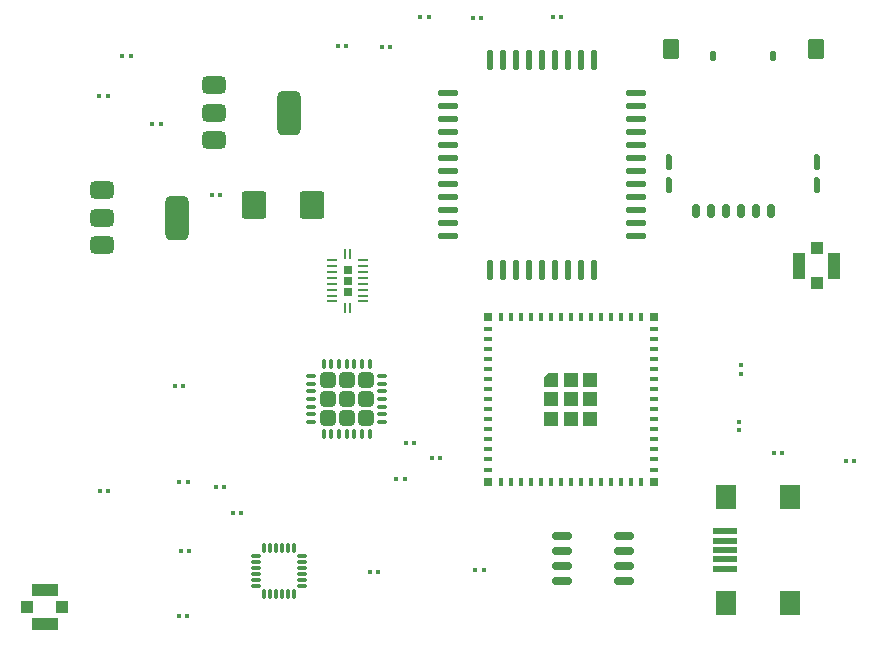
<source format=gbr>
%TF.GenerationSoftware,KiCad,Pcbnew,8.0.5*%
%TF.CreationDate,2024-11-03T18:03:45-05:00*%
%TF.ProjectId,emerald_pcb,656d6572-616c-4645-9f70-63622e6b6963,rev?*%
%TF.SameCoordinates,Original*%
%TF.FileFunction,Paste,Top*%
%TF.FilePolarity,Positive*%
%FSLAX46Y46*%
G04 Gerber Fmt 4.6, Leading zero omitted, Abs format (unit mm)*
G04 Created by KiCad (PCBNEW 8.0.5) date 2024-11-03 18:03:45*
%MOMM*%
%LPD*%
G01*
G04 APERTURE LIST*
G04 Aperture macros list*
%AMRoundRect*
0 Rectangle with rounded corners*
0 $1 Rounding radius*
0 $2 $3 $4 $5 $6 $7 $8 $9 X,Y pos of 4 corners*
0 Add a 4 corners polygon primitive as box body*
4,1,4,$2,$3,$4,$5,$6,$7,$8,$9,$2,$3,0*
0 Add four circle primitives for the rounded corners*
1,1,$1+$1,$2,$3*
1,1,$1+$1,$4,$5*
1,1,$1+$1,$6,$7*
1,1,$1+$1,$8,$9*
0 Add four rect primitives between the rounded corners*
20,1,$1+$1,$2,$3,$4,$5,0*
20,1,$1+$1,$4,$5,$6,$7,0*
20,1,$1+$1,$6,$7,$8,$9,0*
20,1,$1+$1,$8,$9,$2,$3,0*%
%AMOutline5P*
0 Free polygon, 5 corners , with rotation*
0 The origin of the aperture is its center*
0 number of corners: always 5*
0 $1 to $10 corner X, Y*
0 $11 Rotation angle, in degrees counterclockwise*
0 create outline with 5 corners*
4,1,5,$1,$2,$3,$4,$5,$6,$7,$8,$9,$10,$1,$2,$11*%
%AMOutline6P*
0 Free polygon, 6 corners , with rotation*
0 The origin of the aperture is its center*
0 number of corners: always 6*
0 $1 to $12 corner X, Y*
0 $13 Rotation angle, in degrees counterclockwise*
0 create outline with 6 corners*
4,1,6,$1,$2,$3,$4,$5,$6,$7,$8,$9,$10,$11,$12,$1,$2,$13*%
%AMOutline7P*
0 Free polygon, 7 corners , with rotation*
0 The origin of the aperture is its center*
0 number of corners: always 7*
0 $1 to $14 corner X, Y*
0 $15 Rotation angle, in degrees counterclockwise*
0 create outline with 7 corners*
4,1,7,$1,$2,$3,$4,$5,$6,$7,$8,$9,$10,$11,$12,$13,$14,$1,$2,$15*%
%AMOutline8P*
0 Free polygon, 8 corners , with rotation*
0 The origin of the aperture is its center*
0 number of corners: always 8*
0 $1 to $16 corner X, Y*
0 $17 Rotation angle, in degrees counterclockwise*
0 create outline with 8 corners*
4,1,8,$1,$2,$3,$4,$5,$6,$7,$8,$9,$10,$11,$12,$13,$14,$15,$16,$1,$2,$17*%
G04 Aperture macros list end*
%ADD10RoundRect,0.250000X-0.787500X-0.925000X0.787500X-0.925000X0.787500X0.925000X-0.787500X0.925000X0*%
%ADD11RoundRect,0.079500X-0.079500X-0.100500X0.079500X-0.100500X0.079500X0.100500X-0.079500X0.100500X0*%
%ADD12RoundRect,0.079500X0.079500X0.100500X-0.079500X0.100500X-0.079500X-0.100500X0.079500X-0.100500X0*%
%ADD13RoundRect,0.079500X0.100500X-0.079500X0.100500X0.079500X-0.100500X0.079500X-0.100500X-0.079500X0*%
%ADD14R,1.000000X1.000000*%
%ADD15R,1.050000X2.200000*%
%ADD16R,2.200000X1.050000*%
%ADD17RoundRect,0.375000X-0.625000X-0.375000X0.625000X-0.375000X0.625000X0.375000X-0.625000X0.375000X0*%
%ADD18RoundRect,0.500000X-0.500000X-1.400000X0.500000X-1.400000X0.500000X1.400000X-0.500000X1.400000X0*%
%ADD19RoundRect,0.112500X0.112500X0.537500X-0.112500X0.537500X-0.112500X-0.537500X0.112500X-0.537500X0*%
%ADD20RoundRect,0.250000X0.450000X0.600000X-0.450000X0.600000X-0.450000X-0.600000X0.450000X-0.600000X0*%
%ADD21RoundRect,0.135000X0.135000X0.265000X-0.135000X0.265000X-0.135000X-0.265000X0.135000X-0.265000X0*%
%ADD22RoundRect,0.162500X0.162500X0.412500X-0.162500X0.412500X-0.162500X-0.412500X0.162500X-0.412500X0*%
%ADD23R,0.800000X0.400000*%
%ADD24R,0.400000X0.800000*%
%ADD25Outline5P,-0.600000X0.204000X-0.204000X0.600000X0.600000X0.600000X0.600000X-0.600000X-0.600000X-0.600000X0.000000*%
%ADD26R,1.200000X1.200000*%
%ADD27R,0.800000X0.800000*%
%ADD28R,0.240000X0.900000*%
%ADD29R,0.900000X0.240000*%
%ADD30RoundRect,0.075000X-0.350000X-0.075000X0.350000X-0.075000X0.350000X0.075000X-0.350000X0.075000X0*%
%ADD31RoundRect,0.075000X0.075000X-0.350000X0.075000X0.350000X-0.075000X0.350000X-0.075000X-0.350000X0*%
%ADD32RoundRect,0.150000X-0.675000X-0.150000X0.675000X-0.150000X0.675000X0.150000X-0.675000X0.150000X0*%
%ADD33O,1.800000X0.550000*%
%ADD34O,0.550000X1.800000*%
%ADD35RoundRect,0.075000X-0.075000X-0.312500X0.075000X-0.312500X0.075000X0.312500X-0.075000X0.312500X0*%
%ADD36RoundRect,0.075000X-0.312500X-0.075000X0.312500X-0.075000X0.312500X0.075000X-0.312500X0.075000X0*%
%ADD37RoundRect,0.249999X-0.395001X-0.395001X0.395001X-0.395001X0.395001X0.395001X-0.395001X0.395001X0*%
%ADD38R,1.700000X2.000000*%
%ADD39R,2.000000X0.500000*%
G04 APERTURE END LIST*
D10*
%TO.C,+C12*%
X55476200Y-52222400D03*
X60401200Y-52222400D03*
%TD*%
D11*
%TO.C,C15*%
X70531600Y-73660000D03*
X71221600Y-73660000D03*
%TD*%
%TO.C,C14*%
X52628800Y-51409600D03*
X51938800Y-51409600D03*
%TD*%
%TO.C,C13*%
X80793200Y-36322000D03*
X81483200Y-36322000D03*
%TD*%
%TO.C,R6*%
X68375200Y-72390000D03*
X69065200Y-72390000D03*
%TD*%
%TO.C,R1*%
X53666000Y-78333600D03*
X54356000Y-78333600D03*
%TD*%
%TO.C,R2*%
X52243600Y-76098400D03*
X52933600Y-76098400D03*
%TD*%
%TO.C,R8*%
X43078400Y-42976800D03*
X42388400Y-42976800D03*
%TD*%
%TO.C,R7*%
X47576800Y-45364400D03*
X46886800Y-45364400D03*
%TD*%
D12*
%TO.C,R5*%
X100219400Y-73253600D03*
X99529400Y-73253600D03*
%TD*%
%TO.C,R3*%
X67033200Y-38811200D03*
X66343200Y-38811200D03*
%TD*%
D13*
%TO.C,R4*%
X96672400Y-66498800D03*
X96672400Y-65808800D03*
%TD*%
D11*
%TO.C,C7*%
X74036800Y-36423600D03*
X74726800Y-36423600D03*
%TD*%
%TO.C,C8*%
X69566400Y-36322000D03*
X70256400Y-36322000D03*
%TD*%
D12*
%TO.C,C3*%
X49797400Y-87020400D03*
X49107400Y-87020400D03*
%TD*%
D11*
%TO.C,C1*%
X67534400Y-75438000D03*
X68224400Y-75438000D03*
%TD*%
D12*
%TO.C,C2*%
X50000600Y-81534000D03*
X49310600Y-81534000D03*
%TD*%
D11*
%TO.C,C10*%
X65288600Y-83312000D03*
X65978600Y-83312000D03*
%TD*%
%TO.C,C9*%
X74229400Y-83168000D03*
X74919400Y-83168000D03*
%TD*%
%TO.C,C6*%
X49163000Y-75641200D03*
X49853000Y-75641200D03*
%TD*%
%TO.C,C4*%
X42457400Y-76454000D03*
X43147400Y-76454000D03*
%TD*%
%TO.C,C5*%
X48756600Y-67564000D03*
X49446600Y-67564000D03*
%TD*%
D12*
%TO.C,C11*%
X44337000Y-39573200D03*
X45027000Y-39573200D03*
%TD*%
D14*
%TO.C,REF\u002A\u002A*%
X103124000Y-58853200D03*
D15*
X101649000Y-57353200D03*
D14*
X103124000Y-55853200D03*
D15*
X104599000Y-57353200D03*
%TD*%
D14*
%TO.C,REF\u002A\u002A*%
X36244400Y-86260200D03*
D16*
X37744400Y-84785200D03*
D14*
X39244400Y-86260200D03*
D16*
X37744400Y-87735200D03*
%TD*%
D17*
%TO.C,U7*%
X52120000Y-46699200D03*
D18*
X58420000Y-44399200D03*
D17*
X52120000Y-44399200D03*
X52120000Y-42099200D03*
%TD*%
D19*
%TO.C,J1*%
X90647400Y-48574400D03*
X90647400Y-50574400D03*
D20*
X90812400Y-39014400D03*
D21*
X94372400Y-39594400D03*
X99452400Y-39594400D03*
D20*
X103022400Y-39014400D03*
D19*
X103187400Y-48574400D03*
X103187400Y-50574400D03*
D22*
X97972400Y-52744400D03*
X95432400Y-52744400D03*
X92892400Y-52744400D03*
X99242400Y-52744400D03*
X96702400Y-52744400D03*
X94162400Y-52744400D03*
%TD*%
D23*
%TO.C,U1*%
X75313200Y-62721200D03*
X75313200Y-63571200D03*
X75313200Y-64421200D03*
X75313200Y-65271200D03*
X75313200Y-66121200D03*
X75313200Y-66971200D03*
X75313200Y-67821200D03*
X75313200Y-68671200D03*
X75313200Y-69521200D03*
X75313200Y-70371200D03*
X75313200Y-71221200D03*
X75313200Y-72071200D03*
X75313200Y-72921200D03*
X75313200Y-73771200D03*
X75313200Y-74621200D03*
D24*
X76363200Y-75671200D03*
X77213200Y-75671200D03*
X78063200Y-75671200D03*
X78913200Y-75671200D03*
X79763200Y-75671200D03*
X80613200Y-75671200D03*
X81463200Y-75671200D03*
X82313200Y-75671200D03*
X83163200Y-75671200D03*
X84013200Y-75671200D03*
X84863200Y-75671200D03*
X85713200Y-75671200D03*
X86563200Y-75671200D03*
X87413200Y-75671200D03*
X88263200Y-75671200D03*
D23*
X89313200Y-74621200D03*
X89313200Y-73771200D03*
X89313200Y-72921200D03*
X89313200Y-72071200D03*
X89313200Y-71221200D03*
X89313200Y-70371200D03*
X89313200Y-69521200D03*
X89313200Y-68671200D03*
X89313200Y-67821200D03*
X89313200Y-66971200D03*
X89313200Y-66121200D03*
X89313200Y-65271200D03*
X89313200Y-64421200D03*
X89313200Y-63571200D03*
X89313200Y-62721200D03*
D24*
X88263200Y-61671200D03*
X87413200Y-61671200D03*
X86563200Y-61671200D03*
X85713200Y-61671200D03*
X84863200Y-61671200D03*
X84013200Y-61671200D03*
X83163200Y-61671200D03*
X82313200Y-61671200D03*
X81463200Y-61671200D03*
X80613200Y-61671200D03*
X79763200Y-61671200D03*
X78913200Y-61671200D03*
X78063200Y-61671200D03*
X77213200Y-61671200D03*
X76363200Y-61671200D03*
D25*
X80663200Y-67021200D03*
D26*
X80663200Y-68671200D03*
X80663200Y-70321200D03*
X82313200Y-67021200D03*
X82313200Y-68671200D03*
X82313200Y-70321200D03*
X83963200Y-67021200D03*
X83963200Y-68671200D03*
X83963200Y-70321200D03*
D27*
X75313200Y-61671200D03*
X75313200Y-75671200D03*
X89313200Y-75671200D03*
X89313200Y-61671200D03*
%TD*%
D11*
%TO.C,GPRS1*%
X63246000Y-38760400D03*
X62556000Y-38760400D03*
%TD*%
D28*
%TO.C,U5*%
X63648400Y-56338400D03*
D29*
X64698400Y-56888400D03*
X64698400Y-57388400D03*
X64698400Y-57888400D03*
X64698400Y-58388400D03*
X64698400Y-58888400D03*
X64698400Y-59388400D03*
X64698400Y-59888400D03*
X64698400Y-60388400D03*
D28*
X63648400Y-60938400D03*
X63148400Y-60938400D03*
D29*
X62098400Y-60388400D03*
X62098400Y-59888400D03*
X62098400Y-59388400D03*
X62098400Y-58888400D03*
X62098400Y-58388400D03*
X62098400Y-57888400D03*
X62098400Y-57388400D03*
X62098400Y-56888400D03*
D28*
X63148400Y-56338400D03*
D27*
X63398400Y-59588400D03*
X63398400Y-58638400D03*
X63398400Y-57688400D03*
%TD*%
D30*
%TO.C,U4*%
X55657200Y-81960400D03*
X55657200Y-82460400D03*
X55657200Y-82960400D03*
X55657200Y-83460400D03*
X55657200Y-83960400D03*
X55657200Y-84460400D03*
D31*
X56357200Y-85160400D03*
X56857200Y-85160400D03*
X57357200Y-85160400D03*
X57857200Y-85160400D03*
X58357200Y-85160400D03*
X58857200Y-85160400D03*
D30*
X59557200Y-84460400D03*
X59557200Y-83960400D03*
X59557200Y-83460400D03*
X59557200Y-82960400D03*
X59557200Y-82460400D03*
X59557200Y-81960400D03*
D31*
X58857200Y-81260400D03*
X58357200Y-81260400D03*
X57857200Y-81260400D03*
X57357200Y-81260400D03*
X56857200Y-81260400D03*
X56357200Y-81260400D03*
%TD*%
D32*
%TO.C,U6*%
X81550600Y-80289400D03*
X81550600Y-81559400D03*
X81550600Y-82829400D03*
X81550600Y-84099400D03*
X86800600Y-84099400D03*
X86800600Y-82829400D03*
X86800600Y-81559400D03*
X86800600Y-80289400D03*
%TD*%
D12*
%TO.C,LORA1*%
X106273600Y-73914000D03*
X105583600Y-73914000D03*
%TD*%
D33*
%TO.C,U2*%
X87807600Y-54868800D03*
X87807600Y-53768800D03*
X87807600Y-52668800D03*
X87807600Y-51568800D03*
X87807600Y-50468800D03*
X87807600Y-49368800D03*
X87807600Y-48268800D03*
X87807600Y-47168800D03*
X87807600Y-46068800D03*
X87807600Y-44968800D03*
X87807600Y-43868800D03*
X87807600Y-42768800D03*
D34*
X84257600Y-57718800D03*
X84257600Y-39918800D03*
X83157600Y-57718800D03*
X83157600Y-39918800D03*
X82057600Y-57718800D03*
X82057600Y-39918800D03*
X80957600Y-57718800D03*
X80957600Y-39918800D03*
X79857600Y-57718800D03*
X79857600Y-39918800D03*
X78757600Y-57718800D03*
X78757600Y-39918800D03*
X77657600Y-57718800D03*
X77657600Y-39918800D03*
X76557600Y-57718800D03*
X76557600Y-39918800D03*
X75457600Y-57718800D03*
X75457600Y-39918800D03*
D33*
X71907600Y-54868800D03*
X71907600Y-53768800D03*
X71907600Y-52668800D03*
X71907600Y-51568800D03*
X71907600Y-50468800D03*
X71907600Y-49368800D03*
X71907600Y-48268800D03*
X71907600Y-47168800D03*
X71907600Y-46068800D03*
X71907600Y-44968800D03*
X71907600Y-43868800D03*
X71907600Y-42768800D03*
%TD*%
D13*
%TO.C,ACCEL1*%
X96570800Y-70582400D03*
X96570800Y-71272400D03*
%TD*%
D35*
%TO.C,U3*%
X61372400Y-65668500D03*
X62022400Y-65668500D03*
X62672400Y-65668500D03*
X63322400Y-65668500D03*
X63972400Y-65668500D03*
X64622400Y-65668500D03*
X65272400Y-65668500D03*
D36*
X66309900Y-66706000D03*
X66309900Y-67356000D03*
X66309900Y-68006000D03*
X66309900Y-68656000D03*
X66309900Y-69306000D03*
X66309900Y-69956000D03*
X66309900Y-70606000D03*
D35*
X65272400Y-71643500D03*
X64622400Y-71643500D03*
X63972400Y-71643500D03*
X63322400Y-71643500D03*
X62672400Y-71643500D03*
X62022400Y-71643500D03*
X61372400Y-71643500D03*
D36*
X60334900Y-70606000D03*
X60334900Y-69956000D03*
X60334900Y-69306000D03*
X60334900Y-68656000D03*
X60334900Y-68006000D03*
X60334900Y-67356000D03*
X60334900Y-66706000D03*
D37*
X64922400Y-70256000D03*
X64922400Y-68656000D03*
X64922400Y-67056000D03*
X63322400Y-70256000D03*
X63322400Y-68656000D03*
X63322400Y-67056000D03*
X61722400Y-70256000D03*
X61722400Y-68656000D03*
X61722400Y-67056000D03*
%TD*%
D38*
%TO.C,J2*%
X100902200Y-76982400D03*
X95452200Y-76982400D03*
X100902200Y-85882400D03*
X95452200Y-85882400D03*
D39*
X95352200Y-79832400D03*
X95352200Y-80632400D03*
X95352200Y-81432400D03*
X95352200Y-82232400D03*
X95352200Y-83032400D03*
%TD*%
D17*
%TO.C,U8*%
X42620400Y-55589200D03*
D18*
X48920400Y-53289200D03*
D17*
X42620400Y-53289200D03*
X42620400Y-50989200D03*
%TD*%
M02*

</source>
